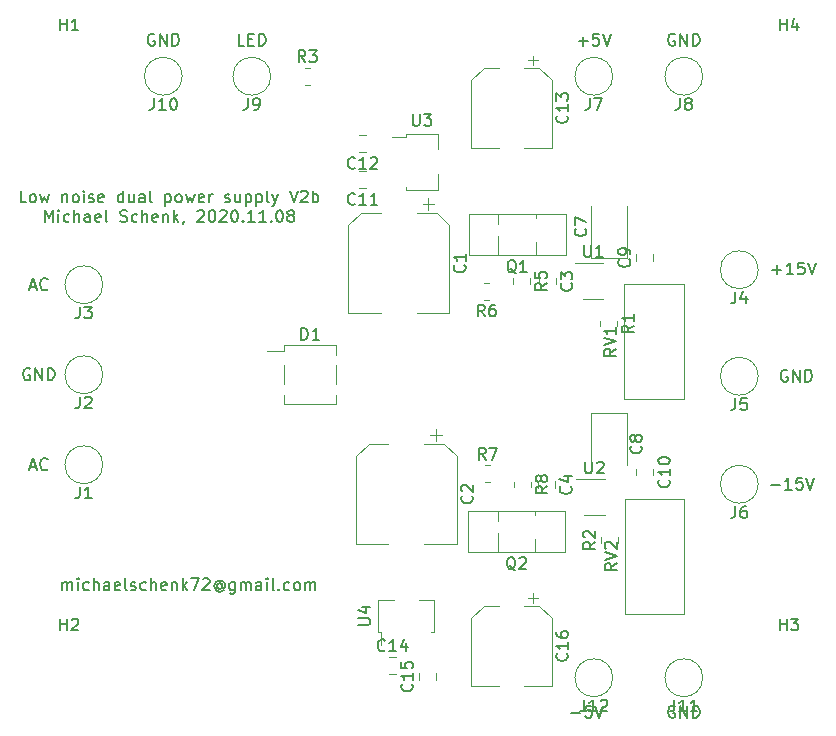
<source format=gbr>
G04 #@! TF.GenerationSoftware,KiCad,Pcbnew,(5.1.7-0-10_14)*
G04 #@! TF.CreationDate,2020-11-09T14:55:24+01:00*
G04 #@! TF.ProjectId,lv-lownoise-psu,6c762d6c-6f77-46e6-9f69-73652d707375,rev?*
G04 #@! TF.SameCoordinates,Original*
G04 #@! TF.FileFunction,Legend,Top*
G04 #@! TF.FilePolarity,Positive*
%FSLAX46Y46*%
G04 Gerber Fmt 4.6, Leading zero omitted, Abs format (unit mm)*
G04 Created by KiCad (PCBNEW (5.1.7-0-10_14)) date 2020-11-09 14:55:24*
%MOMM*%
%LPD*%
G01*
G04 APERTURE LIST*
%ADD10C,0.150000*%
%ADD11C,0.120000*%
G04 APERTURE END LIST*
D10*
X92329095Y-33409000D02*
X92233857Y-33361380D01*
X92091000Y-33361380D01*
X91948142Y-33409000D01*
X91852904Y-33504238D01*
X91805285Y-33599476D01*
X91757666Y-33789952D01*
X91757666Y-33932809D01*
X91805285Y-34123285D01*
X91852904Y-34218523D01*
X91948142Y-34313761D01*
X92091000Y-34361380D01*
X92186238Y-34361380D01*
X92329095Y-34313761D01*
X92376714Y-34266142D01*
X92376714Y-33932809D01*
X92186238Y-33932809D01*
X92805285Y-34361380D02*
X92805285Y-33361380D01*
X93376714Y-34361380D01*
X93376714Y-33361380D01*
X93852904Y-34361380D02*
X93852904Y-33361380D01*
X94091000Y-33361380D01*
X94233857Y-33409000D01*
X94329095Y-33504238D01*
X94376714Y-33599476D01*
X94424333Y-33789952D01*
X94424333Y-33932809D01*
X94376714Y-34123285D01*
X94329095Y-34218523D01*
X94233857Y-34313761D01*
X94091000Y-34361380D01*
X93852904Y-34361380D01*
X99941142Y-34361380D02*
X99464952Y-34361380D01*
X99464952Y-33361380D01*
X100274476Y-33837571D02*
X100607809Y-33837571D01*
X100750666Y-34361380D02*
X100274476Y-34361380D01*
X100274476Y-33361380D01*
X100750666Y-33361380D01*
X101179238Y-34361380D02*
X101179238Y-33361380D01*
X101417333Y-33361380D01*
X101560190Y-33409000D01*
X101655428Y-33504238D01*
X101703047Y-33599476D01*
X101750666Y-33789952D01*
X101750666Y-33932809D01*
X101703047Y-34123285D01*
X101655428Y-34218523D01*
X101560190Y-34313761D01*
X101417333Y-34361380D01*
X101179238Y-34361380D01*
X127619285Y-90876428D02*
X128381190Y-90876428D01*
X129333571Y-90257380D02*
X128857380Y-90257380D01*
X128809761Y-90733571D01*
X128857380Y-90685952D01*
X128952619Y-90638333D01*
X129190714Y-90638333D01*
X129285952Y-90685952D01*
X129333571Y-90733571D01*
X129381190Y-90828809D01*
X129381190Y-91066904D01*
X129333571Y-91162142D01*
X129285952Y-91209761D01*
X129190714Y-91257380D01*
X128952619Y-91257380D01*
X128857380Y-91209761D01*
X128809761Y-91162142D01*
X129666904Y-90257380D02*
X130000238Y-91257380D01*
X130333571Y-90257380D01*
X136398095Y-90305000D02*
X136302857Y-90257380D01*
X136160000Y-90257380D01*
X136017142Y-90305000D01*
X135921904Y-90400238D01*
X135874285Y-90495476D01*
X135826666Y-90685952D01*
X135826666Y-90828809D01*
X135874285Y-91019285D01*
X135921904Y-91114523D01*
X136017142Y-91209761D01*
X136160000Y-91257380D01*
X136255238Y-91257380D01*
X136398095Y-91209761D01*
X136445714Y-91162142D01*
X136445714Y-90828809D01*
X136255238Y-90828809D01*
X136874285Y-91257380D02*
X136874285Y-90257380D01*
X137445714Y-91257380D01*
X137445714Y-90257380D01*
X137921904Y-91257380D02*
X137921904Y-90257380D01*
X138160000Y-90257380D01*
X138302857Y-90305000D01*
X138398095Y-90400238D01*
X138445714Y-90495476D01*
X138493333Y-90685952D01*
X138493333Y-90828809D01*
X138445714Y-91019285D01*
X138398095Y-91114523D01*
X138302857Y-91209761D01*
X138160000Y-91257380D01*
X137921904Y-91257380D01*
X136398095Y-33409000D02*
X136302857Y-33361380D01*
X136160000Y-33361380D01*
X136017142Y-33409000D01*
X135921904Y-33504238D01*
X135874285Y-33599476D01*
X135826666Y-33789952D01*
X135826666Y-33932809D01*
X135874285Y-34123285D01*
X135921904Y-34218523D01*
X136017142Y-34313761D01*
X136160000Y-34361380D01*
X136255238Y-34361380D01*
X136398095Y-34313761D01*
X136445714Y-34266142D01*
X136445714Y-33932809D01*
X136255238Y-33932809D01*
X136874285Y-34361380D02*
X136874285Y-33361380D01*
X137445714Y-34361380D01*
X137445714Y-33361380D01*
X137921904Y-34361380D02*
X137921904Y-33361380D01*
X138160000Y-33361380D01*
X138302857Y-33409000D01*
X138398095Y-33504238D01*
X138445714Y-33599476D01*
X138493333Y-33789952D01*
X138493333Y-33932809D01*
X138445714Y-34123285D01*
X138398095Y-34218523D01*
X138302857Y-34313761D01*
X138160000Y-34361380D01*
X137921904Y-34361380D01*
X128254285Y-33980428D02*
X129016190Y-33980428D01*
X128635238Y-34361380D02*
X128635238Y-33599476D01*
X129968571Y-33361380D02*
X129492380Y-33361380D01*
X129444761Y-33837571D01*
X129492380Y-33789952D01*
X129587619Y-33742333D01*
X129825714Y-33742333D01*
X129920952Y-33789952D01*
X129968571Y-33837571D01*
X130016190Y-33932809D01*
X130016190Y-34170904D01*
X129968571Y-34266142D01*
X129920952Y-34313761D01*
X129825714Y-34361380D01*
X129587619Y-34361380D01*
X129492380Y-34313761D01*
X129444761Y-34266142D01*
X130301904Y-33361380D02*
X130635238Y-34361380D01*
X130968571Y-33361380D01*
X81503761Y-47633380D02*
X81027571Y-47633380D01*
X81027571Y-46633380D01*
X81979952Y-47633380D02*
X81884714Y-47585761D01*
X81837095Y-47538142D01*
X81789476Y-47442904D01*
X81789476Y-47157190D01*
X81837095Y-47061952D01*
X81884714Y-47014333D01*
X81979952Y-46966714D01*
X82122809Y-46966714D01*
X82218047Y-47014333D01*
X82265666Y-47061952D01*
X82313285Y-47157190D01*
X82313285Y-47442904D01*
X82265666Y-47538142D01*
X82218047Y-47585761D01*
X82122809Y-47633380D01*
X81979952Y-47633380D01*
X82646619Y-46966714D02*
X82837095Y-47633380D01*
X83027571Y-47157190D01*
X83218047Y-47633380D01*
X83408523Y-46966714D01*
X84551380Y-46966714D02*
X84551380Y-47633380D01*
X84551380Y-47061952D02*
X84598999Y-47014333D01*
X84694238Y-46966714D01*
X84837095Y-46966714D01*
X84932333Y-47014333D01*
X84979952Y-47109571D01*
X84979952Y-47633380D01*
X85598999Y-47633380D02*
X85503761Y-47585761D01*
X85456142Y-47538142D01*
X85408523Y-47442904D01*
X85408523Y-47157190D01*
X85456142Y-47061952D01*
X85503761Y-47014333D01*
X85598999Y-46966714D01*
X85741857Y-46966714D01*
X85837095Y-47014333D01*
X85884714Y-47061952D01*
X85932333Y-47157190D01*
X85932333Y-47442904D01*
X85884714Y-47538142D01*
X85837095Y-47585761D01*
X85741857Y-47633380D01*
X85598999Y-47633380D01*
X86360904Y-47633380D02*
X86360904Y-46966714D01*
X86360904Y-46633380D02*
X86313285Y-46681000D01*
X86360904Y-46728619D01*
X86408523Y-46681000D01*
X86360904Y-46633380D01*
X86360904Y-46728619D01*
X86789476Y-47585761D02*
X86884714Y-47633380D01*
X87075190Y-47633380D01*
X87170428Y-47585761D01*
X87218047Y-47490523D01*
X87218047Y-47442904D01*
X87170428Y-47347666D01*
X87075190Y-47300047D01*
X86932333Y-47300047D01*
X86837095Y-47252428D01*
X86789476Y-47157190D01*
X86789476Y-47109571D01*
X86837095Y-47014333D01*
X86932333Y-46966714D01*
X87075190Y-46966714D01*
X87170428Y-47014333D01*
X88027571Y-47585761D02*
X87932333Y-47633380D01*
X87741857Y-47633380D01*
X87646619Y-47585761D01*
X87598999Y-47490523D01*
X87598999Y-47109571D01*
X87646619Y-47014333D01*
X87741857Y-46966714D01*
X87932333Y-46966714D01*
X88027571Y-47014333D01*
X88075190Y-47109571D01*
X88075190Y-47204809D01*
X87598999Y-47300047D01*
X89694238Y-47633380D02*
X89694238Y-46633380D01*
X89694238Y-47585761D02*
X89598999Y-47633380D01*
X89408523Y-47633380D01*
X89313285Y-47585761D01*
X89265666Y-47538142D01*
X89218047Y-47442904D01*
X89218047Y-47157190D01*
X89265666Y-47061952D01*
X89313285Y-47014333D01*
X89408523Y-46966714D01*
X89598999Y-46966714D01*
X89694238Y-47014333D01*
X90598999Y-46966714D02*
X90598999Y-47633380D01*
X90170428Y-46966714D02*
X90170428Y-47490523D01*
X90218047Y-47585761D01*
X90313285Y-47633380D01*
X90456142Y-47633380D01*
X90551380Y-47585761D01*
X90598999Y-47538142D01*
X91503761Y-47633380D02*
X91503761Y-47109571D01*
X91456142Y-47014333D01*
X91360904Y-46966714D01*
X91170428Y-46966714D01*
X91075190Y-47014333D01*
X91503761Y-47585761D02*
X91408523Y-47633380D01*
X91170428Y-47633380D01*
X91075190Y-47585761D01*
X91027571Y-47490523D01*
X91027571Y-47395285D01*
X91075190Y-47300047D01*
X91170428Y-47252428D01*
X91408523Y-47252428D01*
X91503761Y-47204809D01*
X92122809Y-47633380D02*
X92027571Y-47585761D01*
X91979952Y-47490523D01*
X91979952Y-46633380D01*
X93265666Y-46966714D02*
X93265666Y-47966714D01*
X93265666Y-47014333D02*
X93360904Y-46966714D01*
X93551380Y-46966714D01*
X93646619Y-47014333D01*
X93694238Y-47061952D01*
X93741857Y-47157190D01*
X93741857Y-47442904D01*
X93694238Y-47538142D01*
X93646619Y-47585761D01*
X93551380Y-47633380D01*
X93360904Y-47633380D01*
X93265666Y-47585761D01*
X94313285Y-47633380D02*
X94218047Y-47585761D01*
X94170428Y-47538142D01*
X94122809Y-47442904D01*
X94122809Y-47157190D01*
X94170428Y-47061952D01*
X94218047Y-47014333D01*
X94313285Y-46966714D01*
X94456142Y-46966714D01*
X94551380Y-47014333D01*
X94598999Y-47061952D01*
X94646619Y-47157190D01*
X94646619Y-47442904D01*
X94598999Y-47538142D01*
X94551380Y-47585761D01*
X94456142Y-47633380D01*
X94313285Y-47633380D01*
X94979952Y-46966714D02*
X95170428Y-47633380D01*
X95360904Y-47157190D01*
X95551380Y-47633380D01*
X95741857Y-46966714D01*
X96503761Y-47585761D02*
X96408523Y-47633380D01*
X96218047Y-47633380D01*
X96122809Y-47585761D01*
X96075190Y-47490523D01*
X96075190Y-47109571D01*
X96122809Y-47014333D01*
X96218047Y-46966714D01*
X96408523Y-46966714D01*
X96503761Y-47014333D01*
X96551380Y-47109571D01*
X96551380Y-47204809D01*
X96075190Y-47300047D01*
X96979952Y-47633380D02*
X96979952Y-46966714D01*
X96979952Y-47157190D02*
X97027571Y-47061952D01*
X97075190Y-47014333D01*
X97170428Y-46966714D01*
X97265666Y-46966714D01*
X98313285Y-47585761D02*
X98408523Y-47633380D01*
X98598999Y-47633380D01*
X98694238Y-47585761D01*
X98741857Y-47490523D01*
X98741857Y-47442904D01*
X98694238Y-47347666D01*
X98598999Y-47300047D01*
X98456142Y-47300047D01*
X98360904Y-47252428D01*
X98313285Y-47157190D01*
X98313285Y-47109571D01*
X98360904Y-47014333D01*
X98456142Y-46966714D01*
X98598999Y-46966714D01*
X98694238Y-47014333D01*
X99598999Y-46966714D02*
X99598999Y-47633380D01*
X99170428Y-46966714D02*
X99170428Y-47490523D01*
X99218047Y-47585761D01*
X99313285Y-47633380D01*
X99456142Y-47633380D01*
X99551380Y-47585761D01*
X99598999Y-47538142D01*
X100075190Y-46966714D02*
X100075190Y-47966714D01*
X100075190Y-47014333D02*
X100170428Y-46966714D01*
X100360904Y-46966714D01*
X100456142Y-47014333D01*
X100503761Y-47061952D01*
X100551380Y-47157190D01*
X100551380Y-47442904D01*
X100503761Y-47538142D01*
X100456142Y-47585761D01*
X100360904Y-47633380D01*
X100170428Y-47633380D01*
X100075190Y-47585761D01*
X100979952Y-46966714D02*
X100979952Y-47966714D01*
X100979952Y-47014333D02*
X101075190Y-46966714D01*
X101265666Y-46966714D01*
X101360904Y-47014333D01*
X101408523Y-47061952D01*
X101456142Y-47157190D01*
X101456142Y-47442904D01*
X101408523Y-47538142D01*
X101360904Y-47585761D01*
X101265666Y-47633380D01*
X101075190Y-47633380D01*
X100979952Y-47585761D01*
X102027571Y-47633380D02*
X101932333Y-47585761D01*
X101884714Y-47490523D01*
X101884714Y-46633380D01*
X102313285Y-46966714D02*
X102551380Y-47633380D01*
X102789476Y-46966714D02*
X102551380Y-47633380D01*
X102456142Y-47871476D01*
X102408523Y-47919095D01*
X102313285Y-47966714D01*
X103789476Y-46633380D02*
X104122809Y-47633380D01*
X104456142Y-46633380D01*
X104741857Y-46728619D02*
X104789476Y-46681000D01*
X104884714Y-46633380D01*
X105122809Y-46633380D01*
X105218047Y-46681000D01*
X105265666Y-46728619D01*
X105313285Y-46823857D01*
X105313285Y-46919095D01*
X105265666Y-47061952D01*
X104694238Y-47633380D01*
X105313285Y-47633380D01*
X105741857Y-47633380D02*
X105741857Y-46633380D01*
X105741857Y-47014333D02*
X105837095Y-46966714D01*
X106027571Y-46966714D01*
X106122809Y-47014333D01*
X106170428Y-47061952D01*
X106218047Y-47157190D01*
X106218047Y-47442904D01*
X106170428Y-47538142D01*
X106122809Y-47585761D01*
X106027571Y-47633380D01*
X105837095Y-47633380D01*
X105741857Y-47585761D01*
X83075190Y-49283380D02*
X83075190Y-48283380D01*
X83408523Y-48997666D01*
X83741857Y-48283380D01*
X83741857Y-49283380D01*
X84218047Y-49283380D02*
X84218047Y-48616714D01*
X84218047Y-48283380D02*
X84170428Y-48331000D01*
X84218047Y-48378619D01*
X84265666Y-48331000D01*
X84218047Y-48283380D01*
X84218047Y-48378619D01*
X85122809Y-49235761D02*
X85027571Y-49283380D01*
X84837095Y-49283380D01*
X84741857Y-49235761D01*
X84694238Y-49188142D01*
X84646619Y-49092904D01*
X84646619Y-48807190D01*
X84694238Y-48711952D01*
X84741857Y-48664333D01*
X84837095Y-48616714D01*
X85027571Y-48616714D01*
X85122809Y-48664333D01*
X85551380Y-49283380D02*
X85551380Y-48283380D01*
X85979952Y-49283380D02*
X85979952Y-48759571D01*
X85932333Y-48664333D01*
X85837095Y-48616714D01*
X85694238Y-48616714D01*
X85599000Y-48664333D01*
X85551380Y-48711952D01*
X86884714Y-49283380D02*
X86884714Y-48759571D01*
X86837095Y-48664333D01*
X86741857Y-48616714D01*
X86551380Y-48616714D01*
X86456142Y-48664333D01*
X86884714Y-49235761D02*
X86789476Y-49283380D01*
X86551380Y-49283380D01*
X86456142Y-49235761D01*
X86408523Y-49140523D01*
X86408523Y-49045285D01*
X86456142Y-48950047D01*
X86551380Y-48902428D01*
X86789476Y-48902428D01*
X86884714Y-48854809D01*
X87741857Y-49235761D02*
X87646619Y-49283380D01*
X87456142Y-49283380D01*
X87360904Y-49235761D01*
X87313285Y-49140523D01*
X87313285Y-48759571D01*
X87360904Y-48664333D01*
X87456142Y-48616714D01*
X87646619Y-48616714D01*
X87741857Y-48664333D01*
X87789476Y-48759571D01*
X87789476Y-48854809D01*
X87313285Y-48950047D01*
X88360904Y-49283380D02*
X88265666Y-49235761D01*
X88218047Y-49140523D01*
X88218047Y-48283380D01*
X89456142Y-49235761D02*
X89599000Y-49283380D01*
X89837095Y-49283380D01*
X89932333Y-49235761D01*
X89979952Y-49188142D01*
X90027571Y-49092904D01*
X90027571Y-48997666D01*
X89979952Y-48902428D01*
X89932333Y-48854809D01*
X89837095Y-48807190D01*
X89646619Y-48759571D01*
X89551380Y-48711952D01*
X89503761Y-48664333D01*
X89456142Y-48569095D01*
X89456142Y-48473857D01*
X89503761Y-48378619D01*
X89551380Y-48331000D01*
X89646619Y-48283380D01*
X89884714Y-48283380D01*
X90027571Y-48331000D01*
X90884714Y-49235761D02*
X90789476Y-49283380D01*
X90599000Y-49283380D01*
X90503761Y-49235761D01*
X90456142Y-49188142D01*
X90408523Y-49092904D01*
X90408523Y-48807190D01*
X90456142Y-48711952D01*
X90503761Y-48664333D01*
X90599000Y-48616714D01*
X90789476Y-48616714D01*
X90884714Y-48664333D01*
X91313285Y-49283380D02*
X91313285Y-48283380D01*
X91741857Y-49283380D02*
X91741857Y-48759571D01*
X91694238Y-48664333D01*
X91599000Y-48616714D01*
X91456142Y-48616714D01*
X91360904Y-48664333D01*
X91313285Y-48711952D01*
X92599000Y-49235761D02*
X92503761Y-49283380D01*
X92313285Y-49283380D01*
X92218047Y-49235761D01*
X92170428Y-49140523D01*
X92170428Y-48759571D01*
X92218047Y-48664333D01*
X92313285Y-48616714D01*
X92503761Y-48616714D01*
X92599000Y-48664333D01*
X92646619Y-48759571D01*
X92646619Y-48854809D01*
X92170428Y-48950047D01*
X93075190Y-48616714D02*
X93075190Y-49283380D01*
X93075190Y-48711952D02*
X93122809Y-48664333D01*
X93218047Y-48616714D01*
X93360904Y-48616714D01*
X93456142Y-48664333D01*
X93503761Y-48759571D01*
X93503761Y-49283380D01*
X93979952Y-49283380D02*
X93979952Y-48283380D01*
X94075190Y-48902428D02*
X94360904Y-49283380D01*
X94360904Y-48616714D02*
X93979952Y-48997666D01*
X94837095Y-49235761D02*
X94837095Y-49283380D01*
X94789476Y-49378619D01*
X94741857Y-49426238D01*
X95979952Y-48378619D02*
X96027571Y-48331000D01*
X96122809Y-48283380D01*
X96360904Y-48283380D01*
X96456142Y-48331000D01*
X96503761Y-48378619D01*
X96551380Y-48473857D01*
X96551380Y-48569095D01*
X96503761Y-48711952D01*
X95932333Y-49283380D01*
X96551380Y-49283380D01*
X97170428Y-48283380D02*
X97265666Y-48283380D01*
X97360904Y-48331000D01*
X97408523Y-48378619D01*
X97456142Y-48473857D01*
X97503761Y-48664333D01*
X97503761Y-48902428D01*
X97456142Y-49092904D01*
X97408523Y-49188142D01*
X97360904Y-49235761D01*
X97265666Y-49283380D01*
X97170428Y-49283380D01*
X97075190Y-49235761D01*
X97027571Y-49188142D01*
X96979952Y-49092904D01*
X96932333Y-48902428D01*
X96932333Y-48664333D01*
X96979952Y-48473857D01*
X97027571Y-48378619D01*
X97075190Y-48331000D01*
X97170428Y-48283380D01*
X97884714Y-48378619D02*
X97932333Y-48331000D01*
X98027571Y-48283380D01*
X98265666Y-48283380D01*
X98360904Y-48331000D01*
X98408523Y-48378619D01*
X98456142Y-48473857D01*
X98456142Y-48569095D01*
X98408523Y-48711952D01*
X97837095Y-49283380D01*
X98456142Y-49283380D01*
X99075190Y-48283380D02*
X99170428Y-48283380D01*
X99265666Y-48331000D01*
X99313285Y-48378619D01*
X99360904Y-48473857D01*
X99408523Y-48664333D01*
X99408523Y-48902428D01*
X99360904Y-49092904D01*
X99313285Y-49188142D01*
X99265666Y-49235761D01*
X99170428Y-49283380D01*
X99075190Y-49283380D01*
X98979952Y-49235761D01*
X98932333Y-49188142D01*
X98884714Y-49092904D01*
X98837095Y-48902428D01*
X98837095Y-48664333D01*
X98884714Y-48473857D01*
X98932333Y-48378619D01*
X98979952Y-48331000D01*
X99075190Y-48283380D01*
X99837095Y-49188142D02*
X99884714Y-49235761D01*
X99837095Y-49283380D01*
X99789476Y-49235761D01*
X99837095Y-49188142D01*
X99837095Y-49283380D01*
X100837095Y-49283380D02*
X100265666Y-49283380D01*
X100551380Y-49283380D02*
X100551380Y-48283380D01*
X100456142Y-48426238D01*
X100360904Y-48521476D01*
X100265666Y-48569095D01*
X101789476Y-49283380D02*
X101218047Y-49283380D01*
X101503761Y-49283380D02*
X101503761Y-48283380D01*
X101408523Y-48426238D01*
X101313285Y-48521476D01*
X101218047Y-48569095D01*
X102218047Y-49188142D02*
X102265666Y-49235761D01*
X102218047Y-49283380D01*
X102170428Y-49235761D01*
X102218047Y-49188142D01*
X102218047Y-49283380D01*
X102884714Y-48283380D02*
X102979952Y-48283380D01*
X103075190Y-48331000D01*
X103122809Y-48378619D01*
X103170428Y-48473857D01*
X103218047Y-48664333D01*
X103218047Y-48902428D01*
X103170428Y-49092904D01*
X103122809Y-49188142D01*
X103075190Y-49235761D01*
X102979952Y-49283380D01*
X102884714Y-49283380D01*
X102789476Y-49235761D01*
X102741857Y-49188142D01*
X102694238Y-49092904D01*
X102646619Y-48902428D01*
X102646619Y-48664333D01*
X102694238Y-48473857D01*
X102741857Y-48378619D01*
X102789476Y-48331000D01*
X102884714Y-48283380D01*
X103789476Y-48711952D02*
X103694238Y-48664333D01*
X103646619Y-48616714D01*
X103599000Y-48521476D01*
X103599000Y-48473857D01*
X103646619Y-48378619D01*
X103694238Y-48331000D01*
X103789476Y-48283380D01*
X103979952Y-48283380D01*
X104075190Y-48331000D01*
X104122809Y-48378619D01*
X104170428Y-48473857D01*
X104170428Y-48521476D01*
X104122809Y-48616714D01*
X104075190Y-48664333D01*
X103979952Y-48711952D01*
X103789476Y-48711952D01*
X103694238Y-48759571D01*
X103646619Y-48807190D01*
X103599000Y-48902428D01*
X103599000Y-49092904D01*
X103646619Y-49188142D01*
X103694238Y-49235761D01*
X103789476Y-49283380D01*
X103979952Y-49283380D01*
X104075190Y-49235761D01*
X104122809Y-49188142D01*
X104170428Y-49092904D01*
X104170428Y-48902428D01*
X104122809Y-48807190D01*
X104075190Y-48759571D01*
X103979952Y-48711952D01*
X84535714Y-80462380D02*
X84535714Y-79795714D01*
X84535714Y-79890952D02*
X84583333Y-79843333D01*
X84678571Y-79795714D01*
X84821428Y-79795714D01*
X84916666Y-79843333D01*
X84964285Y-79938571D01*
X84964285Y-80462380D01*
X84964285Y-79938571D02*
X85011904Y-79843333D01*
X85107142Y-79795714D01*
X85250000Y-79795714D01*
X85345238Y-79843333D01*
X85392857Y-79938571D01*
X85392857Y-80462380D01*
X85869047Y-80462380D02*
X85869047Y-79795714D01*
X85869047Y-79462380D02*
X85821428Y-79510000D01*
X85869047Y-79557619D01*
X85916666Y-79510000D01*
X85869047Y-79462380D01*
X85869047Y-79557619D01*
X86773809Y-80414761D02*
X86678571Y-80462380D01*
X86488095Y-80462380D01*
X86392857Y-80414761D01*
X86345238Y-80367142D01*
X86297619Y-80271904D01*
X86297619Y-79986190D01*
X86345238Y-79890952D01*
X86392857Y-79843333D01*
X86488095Y-79795714D01*
X86678571Y-79795714D01*
X86773809Y-79843333D01*
X87202380Y-80462380D02*
X87202380Y-79462380D01*
X87630952Y-80462380D02*
X87630952Y-79938571D01*
X87583333Y-79843333D01*
X87488095Y-79795714D01*
X87345238Y-79795714D01*
X87250000Y-79843333D01*
X87202380Y-79890952D01*
X88535714Y-80462380D02*
X88535714Y-79938571D01*
X88488095Y-79843333D01*
X88392857Y-79795714D01*
X88202380Y-79795714D01*
X88107142Y-79843333D01*
X88535714Y-80414761D02*
X88440476Y-80462380D01*
X88202380Y-80462380D01*
X88107142Y-80414761D01*
X88059523Y-80319523D01*
X88059523Y-80224285D01*
X88107142Y-80129047D01*
X88202380Y-80081428D01*
X88440476Y-80081428D01*
X88535714Y-80033809D01*
X89392857Y-80414761D02*
X89297619Y-80462380D01*
X89107142Y-80462380D01*
X89011904Y-80414761D01*
X88964285Y-80319523D01*
X88964285Y-79938571D01*
X89011904Y-79843333D01*
X89107142Y-79795714D01*
X89297619Y-79795714D01*
X89392857Y-79843333D01*
X89440476Y-79938571D01*
X89440476Y-80033809D01*
X88964285Y-80129047D01*
X90011904Y-80462380D02*
X89916666Y-80414761D01*
X89869047Y-80319523D01*
X89869047Y-79462380D01*
X90345238Y-80414761D02*
X90440476Y-80462380D01*
X90630952Y-80462380D01*
X90726190Y-80414761D01*
X90773809Y-80319523D01*
X90773809Y-80271904D01*
X90726190Y-80176666D01*
X90630952Y-80129047D01*
X90488095Y-80129047D01*
X90392857Y-80081428D01*
X90345238Y-79986190D01*
X90345238Y-79938571D01*
X90392857Y-79843333D01*
X90488095Y-79795714D01*
X90630952Y-79795714D01*
X90726190Y-79843333D01*
X91630952Y-80414761D02*
X91535714Y-80462380D01*
X91345238Y-80462380D01*
X91250000Y-80414761D01*
X91202380Y-80367142D01*
X91154761Y-80271904D01*
X91154761Y-79986190D01*
X91202380Y-79890952D01*
X91250000Y-79843333D01*
X91345238Y-79795714D01*
X91535714Y-79795714D01*
X91630952Y-79843333D01*
X92059523Y-80462380D02*
X92059523Y-79462380D01*
X92488095Y-80462380D02*
X92488095Y-79938571D01*
X92440476Y-79843333D01*
X92345238Y-79795714D01*
X92202380Y-79795714D01*
X92107142Y-79843333D01*
X92059523Y-79890952D01*
X93345238Y-80414761D02*
X93250000Y-80462380D01*
X93059523Y-80462380D01*
X92964285Y-80414761D01*
X92916666Y-80319523D01*
X92916666Y-79938571D01*
X92964285Y-79843333D01*
X93059523Y-79795714D01*
X93250000Y-79795714D01*
X93345238Y-79843333D01*
X93392857Y-79938571D01*
X93392857Y-80033809D01*
X92916666Y-80129047D01*
X93821428Y-79795714D02*
X93821428Y-80462380D01*
X93821428Y-79890952D02*
X93869047Y-79843333D01*
X93964285Y-79795714D01*
X94107142Y-79795714D01*
X94202380Y-79843333D01*
X94250000Y-79938571D01*
X94250000Y-80462380D01*
X94726190Y-80462380D02*
X94726190Y-79462380D01*
X94821428Y-80081428D02*
X95107142Y-80462380D01*
X95107142Y-79795714D02*
X94726190Y-80176666D01*
X95440476Y-79462380D02*
X96107142Y-79462380D01*
X95678571Y-80462380D01*
X96440476Y-79557619D02*
X96488095Y-79510000D01*
X96583333Y-79462380D01*
X96821428Y-79462380D01*
X96916666Y-79510000D01*
X96964285Y-79557619D01*
X97011904Y-79652857D01*
X97011904Y-79748095D01*
X96964285Y-79890952D01*
X96392857Y-80462380D01*
X97011904Y-80462380D01*
X98059523Y-79986190D02*
X98011904Y-79938571D01*
X97916666Y-79890952D01*
X97821428Y-79890952D01*
X97726190Y-79938571D01*
X97678571Y-79986190D01*
X97630952Y-80081428D01*
X97630952Y-80176666D01*
X97678571Y-80271904D01*
X97726190Y-80319523D01*
X97821428Y-80367142D01*
X97916666Y-80367142D01*
X98011904Y-80319523D01*
X98059523Y-80271904D01*
X98059523Y-79890952D02*
X98059523Y-80271904D01*
X98107142Y-80319523D01*
X98154761Y-80319523D01*
X98250000Y-80271904D01*
X98297619Y-80176666D01*
X98297619Y-79938571D01*
X98202380Y-79795714D01*
X98059523Y-79700476D01*
X97869047Y-79652857D01*
X97678571Y-79700476D01*
X97535714Y-79795714D01*
X97440476Y-79938571D01*
X97392857Y-80129047D01*
X97440476Y-80319523D01*
X97535714Y-80462380D01*
X97678571Y-80557619D01*
X97869047Y-80605238D01*
X98059523Y-80557619D01*
X98202380Y-80462380D01*
X99154761Y-79795714D02*
X99154761Y-80605238D01*
X99107142Y-80700476D01*
X99059523Y-80748095D01*
X98964285Y-80795714D01*
X98821428Y-80795714D01*
X98726190Y-80748095D01*
X99154761Y-80414761D02*
X99059523Y-80462380D01*
X98869047Y-80462380D01*
X98773809Y-80414761D01*
X98726190Y-80367142D01*
X98678571Y-80271904D01*
X98678571Y-79986190D01*
X98726190Y-79890952D01*
X98773809Y-79843333D01*
X98869047Y-79795714D01*
X99059523Y-79795714D01*
X99154761Y-79843333D01*
X99630952Y-80462380D02*
X99630952Y-79795714D01*
X99630952Y-79890952D02*
X99678571Y-79843333D01*
X99773809Y-79795714D01*
X99916666Y-79795714D01*
X100011904Y-79843333D01*
X100059523Y-79938571D01*
X100059523Y-80462380D01*
X100059523Y-79938571D02*
X100107142Y-79843333D01*
X100202380Y-79795714D01*
X100345238Y-79795714D01*
X100440476Y-79843333D01*
X100488095Y-79938571D01*
X100488095Y-80462380D01*
X101392857Y-80462380D02*
X101392857Y-79938571D01*
X101345238Y-79843333D01*
X101250000Y-79795714D01*
X101059523Y-79795714D01*
X100964285Y-79843333D01*
X101392857Y-80414761D02*
X101297619Y-80462380D01*
X101059523Y-80462380D01*
X100964285Y-80414761D01*
X100916666Y-80319523D01*
X100916666Y-80224285D01*
X100964285Y-80129047D01*
X101059523Y-80081428D01*
X101297619Y-80081428D01*
X101392857Y-80033809D01*
X101869047Y-80462380D02*
X101869047Y-79795714D01*
X101869047Y-79462380D02*
X101821428Y-79510000D01*
X101869047Y-79557619D01*
X101916666Y-79510000D01*
X101869047Y-79462380D01*
X101869047Y-79557619D01*
X102488095Y-80462380D02*
X102392857Y-80414761D01*
X102345238Y-80319523D01*
X102345238Y-79462380D01*
X102869047Y-80367142D02*
X102916666Y-80414761D01*
X102869047Y-80462380D01*
X102821428Y-80414761D01*
X102869047Y-80367142D01*
X102869047Y-80462380D01*
X103773809Y-80414761D02*
X103678571Y-80462380D01*
X103488095Y-80462380D01*
X103392857Y-80414761D01*
X103345238Y-80367142D01*
X103297619Y-80271904D01*
X103297619Y-79986190D01*
X103345238Y-79890952D01*
X103392857Y-79843333D01*
X103488095Y-79795714D01*
X103678571Y-79795714D01*
X103773809Y-79843333D01*
X104345238Y-80462380D02*
X104250000Y-80414761D01*
X104202380Y-80367142D01*
X104154761Y-80271904D01*
X104154761Y-79986190D01*
X104202380Y-79890952D01*
X104250000Y-79843333D01*
X104345238Y-79795714D01*
X104488095Y-79795714D01*
X104583333Y-79843333D01*
X104630952Y-79890952D01*
X104678571Y-79986190D01*
X104678571Y-80271904D01*
X104630952Y-80367142D01*
X104583333Y-80414761D01*
X104488095Y-80462380D01*
X104345238Y-80462380D01*
X105107142Y-80462380D02*
X105107142Y-79795714D01*
X105107142Y-79890952D02*
X105154761Y-79843333D01*
X105250000Y-79795714D01*
X105392857Y-79795714D01*
X105488095Y-79843333D01*
X105535714Y-79938571D01*
X105535714Y-80462380D01*
X105535714Y-79938571D02*
X105583333Y-79843333D01*
X105678571Y-79795714D01*
X105821428Y-79795714D01*
X105916666Y-79843333D01*
X105964285Y-79938571D01*
X105964285Y-80462380D01*
X81788095Y-61730000D02*
X81692857Y-61682380D01*
X81550000Y-61682380D01*
X81407142Y-61730000D01*
X81311904Y-61825238D01*
X81264285Y-61920476D01*
X81216666Y-62110952D01*
X81216666Y-62253809D01*
X81264285Y-62444285D01*
X81311904Y-62539523D01*
X81407142Y-62634761D01*
X81550000Y-62682380D01*
X81645238Y-62682380D01*
X81788095Y-62634761D01*
X81835714Y-62587142D01*
X81835714Y-62253809D01*
X81645238Y-62253809D01*
X82264285Y-62682380D02*
X82264285Y-61682380D01*
X82835714Y-62682380D01*
X82835714Y-61682380D01*
X83311904Y-62682380D02*
X83311904Y-61682380D01*
X83550000Y-61682380D01*
X83692857Y-61730000D01*
X83788095Y-61825238D01*
X83835714Y-61920476D01*
X83883333Y-62110952D01*
X83883333Y-62253809D01*
X83835714Y-62444285D01*
X83788095Y-62539523D01*
X83692857Y-62634761D01*
X83550000Y-62682380D01*
X83311904Y-62682380D01*
X81811904Y-70016666D02*
X82288095Y-70016666D01*
X81716666Y-70302380D02*
X82050000Y-69302380D01*
X82383333Y-70302380D01*
X83288095Y-70207142D02*
X83240476Y-70254761D01*
X83097619Y-70302380D01*
X83002380Y-70302380D01*
X82859523Y-70254761D01*
X82764285Y-70159523D01*
X82716666Y-70064285D01*
X82669047Y-69873809D01*
X82669047Y-69730952D01*
X82716666Y-69540476D01*
X82764285Y-69445238D01*
X82859523Y-69350000D01*
X83002380Y-69302380D01*
X83097619Y-69302380D01*
X83240476Y-69350000D01*
X83288095Y-69397619D01*
X81811904Y-54776666D02*
X82288095Y-54776666D01*
X81716666Y-55062380D02*
X82050000Y-54062380D01*
X82383333Y-55062380D01*
X83288095Y-54967142D02*
X83240476Y-55014761D01*
X83097619Y-55062380D01*
X83002380Y-55062380D01*
X82859523Y-55014761D01*
X82764285Y-54919523D01*
X82716666Y-54824285D01*
X82669047Y-54633809D01*
X82669047Y-54490952D01*
X82716666Y-54300476D01*
X82764285Y-54205238D01*
X82859523Y-54110000D01*
X83002380Y-54062380D01*
X83097619Y-54062380D01*
X83240476Y-54110000D01*
X83288095Y-54157619D01*
X144542095Y-71572428D02*
X145304000Y-71572428D01*
X146304000Y-71953380D02*
X145732571Y-71953380D01*
X146018285Y-71953380D02*
X146018285Y-70953380D01*
X145923047Y-71096238D01*
X145827809Y-71191476D01*
X145732571Y-71239095D01*
X147208761Y-70953380D02*
X146732571Y-70953380D01*
X146684952Y-71429571D01*
X146732571Y-71381952D01*
X146827809Y-71334333D01*
X147065904Y-71334333D01*
X147161142Y-71381952D01*
X147208761Y-71429571D01*
X147256380Y-71524809D01*
X147256380Y-71762904D01*
X147208761Y-71858142D01*
X147161142Y-71905761D01*
X147065904Y-71953380D01*
X146827809Y-71953380D01*
X146732571Y-71905761D01*
X146684952Y-71858142D01*
X147542095Y-70953380D02*
X147875428Y-71953380D01*
X148208761Y-70953380D01*
X145923095Y-61857000D02*
X145827857Y-61809380D01*
X145685000Y-61809380D01*
X145542142Y-61857000D01*
X145446904Y-61952238D01*
X145399285Y-62047476D01*
X145351666Y-62237952D01*
X145351666Y-62380809D01*
X145399285Y-62571285D01*
X145446904Y-62666523D01*
X145542142Y-62761761D01*
X145685000Y-62809380D01*
X145780238Y-62809380D01*
X145923095Y-62761761D01*
X145970714Y-62714142D01*
X145970714Y-62380809D01*
X145780238Y-62380809D01*
X146399285Y-62809380D02*
X146399285Y-61809380D01*
X146970714Y-62809380D01*
X146970714Y-61809380D01*
X147446904Y-62809380D02*
X147446904Y-61809380D01*
X147685000Y-61809380D01*
X147827857Y-61857000D01*
X147923095Y-61952238D01*
X147970714Y-62047476D01*
X148018333Y-62237952D01*
X148018333Y-62380809D01*
X147970714Y-62571285D01*
X147923095Y-62666523D01*
X147827857Y-62761761D01*
X147685000Y-62809380D01*
X147446904Y-62809380D01*
X144669095Y-53360628D02*
X145431000Y-53360628D01*
X145050047Y-53741580D02*
X145050047Y-52979676D01*
X146431000Y-53741580D02*
X145859571Y-53741580D01*
X146145285Y-53741580D02*
X146145285Y-52741580D01*
X146050047Y-52884438D01*
X145954809Y-52979676D01*
X145859571Y-53027295D01*
X147335761Y-52741580D02*
X146859571Y-52741580D01*
X146811952Y-53217771D01*
X146859571Y-53170152D01*
X146954809Y-53122533D01*
X147192904Y-53122533D01*
X147288142Y-53170152D01*
X147335761Y-53217771D01*
X147383380Y-53313009D01*
X147383380Y-53551104D01*
X147335761Y-53646342D01*
X147288142Y-53693961D01*
X147192904Y-53741580D01*
X146954809Y-53741580D01*
X146859571Y-53693961D01*
X146811952Y-53646342D01*
X147669095Y-52741580D02*
X148002428Y-53741580D01*
X148335761Y-52741580D01*
D11*
X116025000Y-83991000D02*
X115795000Y-83991000D01*
X111305000Y-83991000D02*
X111535000Y-83991000D01*
X111305000Y-83991000D02*
X111305000Y-81271000D01*
X111305000Y-81271000D02*
X112615000Y-81271000D01*
X111535000Y-85131000D02*
X111535000Y-83991000D01*
X116025000Y-81271000D02*
X116025000Y-83991000D01*
X114715000Y-81271000D02*
X116025000Y-81271000D01*
X113621000Y-46556000D02*
X113621000Y-46326000D01*
X113621000Y-41836000D02*
X113621000Y-42066000D01*
X113621000Y-41836000D02*
X116341000Y-41836000D01*
X116341000Y-41836000D02*
X116341000Y-43146000D01*
X112481000Y-42066000D02*
X113621000Y-42066000D01*
X116341000Y-46556000D02*
X113621000Y-46556000D01*
X116341000Y-45246000D02*
X116341000Y-46556000D01*
X105055936Y-36222000D02*
X105510064Y-36222000D01*
X105055936Y-37692000D02*
X105510064Y-37692000D01*
X131140781Y-87884000D02*
G75*
G03*
X131140781Y-87884000I-1600781J0D01*
G01*
X138760781Y-87884000D02*
G75*
G03*
X138760781Y-87884000I-1600781J0D01*
G01*
X94691781Y-36957000D02*
G75*
G03*
X94691781Y-36957000I-1600781J0D01*
G01*
X102184781Y-36957000D02*
G75*
G03*
X102184781Y-36957000I-1600781J0D01*
G01*
X119145000Y-88594000D02*
X121495000Y-88594000D01*
X125965000Y-88594000D02*
X123615000Y-88594000D01*
X125965000Y-82838437D02*
X125965000Y-88594000D01*
X119145000Y-82838437D02*
X119145000Y-88594000D01*
X120209437Y-81774000D02*
X121495000Y-81774000D01*
X124900563Y-81774000D02*
X123615000Y-81774000D01*
X124900563Y-81774000D02*
X125965000Y-82838437D01*
X120209437Y-81774000D02*
X119145000Y-82838437D01*
X124402500Y-80746500D02*
X124402500Y-81534000D01*
X124796250Y-81140250D02*
X124008750Y-81140250D01*
X114708000Y-88039752D02*
X114708000Y-87517248D01*
X116178000Y-88039752D02*
X116178000Y-87517248D01*
X112239248Y-86133000D02*
X112761752Y-86133000D01*
X112239248Y-87603000D02*
X112761752Y-87603000D01*
X109405000Y-76575000D02*
X112155000Y-76575000D01*
X117925000Y-76575000D02*
X115175000Y-76575000D01*
X117925000Y-69119437D02*
X117925000Y-76575000D01*
X109405000Y-69119437D02*
X109405000Y-76575000D01*
X110469437Y-68055000D02*
X112155000Y-68055000D01*
X116860563Y-68055000D02*
X115175000Y-68055000D01*
X116860563Y-68055000D02*
X117925000Y-69119437D01*
X110469437Y-68055000D02*
X109405000Y-69119437D01*
X116175000Y-66815000D02*
X116175000Y-67815000D01*
X116675000Y-67315000D02*
X115675000Y-67315000D01*
X138760781Y-36957000D02*
G75*
G03*
X138760781Y-36957000I-1600781J0D01*
G01*
X131140781Y-36957000D02*
G75*
G03*
X131140781Y-36957000I-1600781J0D01*
G01*
X124796250Y-35613250D02*
X124008750Y-35613250D01*
X124402500Y-35219500D02*
X124402500Y-36007000D01*
X120209437Y-36247000D02*
X119145000Y-37311437D01*
X124900563Y-36247000D02*
X125965000Y-37311437D01*
X124900563Y-36247000D02*
X123615000Y-36247000D01*
X120209437Y-36247000D02*
X121495000Y-36247000D01*
X119145000Y-37311437D02*
X119145000Y-43067000D01*
X125965000Y-37311437D02*
X125965000Y-43067000D01*
X125965000Y-43067000D02*
X123615000Y-43067000D01*
X119145000Y-43067000D02*
X121495000Y-43067000D01*
X110221752Y-41937000D02*
X109699248Y-41937000D01*
X110221752Y-43407000D02*
X109699248Y-43407000D01*
X110221752Y-44985000D02*
X109699248Y-44985000D01*
X110221752Y-46455000D02*
X109699248Y-46455000D01*
X124242500Y-71273936D02*
X124242500Y-71728064D01*
X122772500Y-71273936D02*
X122772500Y-71728064D01*
X120311936Y-69877000D02*
X120766064Y-69877000D01*
X120311936Y-71347000D02*
X120766064Y-71347000D01*
X120686564Y-55916500D02*
X120232436Y-55916500D01*
X120686564Y-54446500D02*
X120232436Y-54446500D01*
X124179000Y-54065436D02*
X124179000Y-54519564D01*
X122709000Y-54065436D02*
X122709000Y-54519564D01*
X127119500Y-77240500D02*
X118879500Y-77240500D01*
X127119500Y-73750500D02*
X118879500Y-73750500D01*
X127119500Y-77240500D02*
X127119500Y-73750500D01*
X118879500Y-77240500D02*
X118879500Y-73750500D01*
X124599500Y-77240500D02*
X124599500Y-76170500D01*
X124599500Y-74070500D02*
X124599500Y-73750500D01*
X121398500Y-77240500D02*
X121398500Y-75660500D01*
X121398500Y-74580500D02*
X121398500Y-73750500D01*
X127183000Y-52094500D02*
X118943000Y-52094500D01*
X127183000Y-48604500D02*
X118943000Y-48604500D01*
X127183000Y-52094500D02*
X127183000Y-48604500D01*
X118943000Y-52094500D02*
X118943000Y-48604500D01*
X124663000Y-52094500D02*
X124663000Y-51024500D01*
X124663000Y-48924500D02*
X124663000Y-48604500D01*
X121462000Y-52094500D02*
X121462000Y-50514500D01*
X121462000Y-49434500D02*
X121462000Y-48604500D01*
X128700000Y-74138000D02*
X130460000Y-74138000D01*
X130460000Y-71068000D02*
X128030000Y-71068000D01*
X128601001Y-55812001D02*
X130361001Y-55812001D01*
X130361001Y-52742001D02*
X127931001Y-52742001D01*
X132140800Y-82482000D02*
X132140800Y-72712000D01*
X137210800Y-82482000D02*
X137210800Y-72712000D01*
X132140800Y-82482000D02*
X137210800Y-82482000D01*
X132140800Y-72712000D02*
X137210800Y-72712000D01*
X132090000Y-64321000D02*
X132090000Y-54551000D01*
X137160000Y-64321000D02*
X137160000Y-54551000D01*
X132090000Y-64321000D02*
X137160000Y-64321000D01*
X132090000Y-54551000D02*
X137160000Y-54551000D01*
X130125800Y-76436464D02*
X130125800Y-75982336D01*
X131595800Y-76436464D02*
X131595800Y-75982336D01*
X131545000Y-57668936D02*
X131545000Y-58123064D01*
X130075000Y-57668936D02*
X130075000Y-58123064D01*
X143459781Y-71501000D02*
G75*
G03*
X143459781Y-71501000I-1600781J0D01*
G01*
X143459781Y-62357000D02*
G75*
G03*
X143459781Y-62357000I-1600781J0D01*
G01*
X143459781Y-53340000D02*
G75*
G03*
X143459781Y-53340000I-1600781J0D01*
G01*
X87960781Y-54610000D02*
G75*
G03*
X87960781Y-54610000I-1600781J0D01*
G01*
X87960781Y-62230000D02*
G75*
G03*
X87960781Y-62230000I-1600781J0D01*
G01*
X87960781Y-69850000D02*
G75*
G03*
X87960781Y-69850000I-1600781J0D01*
G01*
X103310000Y-59730000D02*
X103310000Y-60230000D01*
X103310000Y-60230000D02*
X101910000Y-60230000D01*
X107710000Y-61430000D02*
X107710000Y-63030000D01*
X103310000Y-61430000D02*
X103310000Y-63030000D01*
X107710000Y-60530000D02*
X107710000Y-59730000D01*
X107710000Y-59730000D02*
X103310000Y-59730000D01*
X107710000Y-63930000D02*
X107710000Y-64730000D01*
X107710000Y-64730000D02*
X103310000Y-64730000D01*
X103310000Y-64730000D02*
X103310000Y-63930000D01*
X134593000Y-70223748D02*
X134593000Y-70746252D01*
X133123000Y-70223748D02*
X133123000Y-70746252D01*
X133123000Y-52563752D02*
X133123000Y-52041248D01*
X134593000Y-52563752D02*
X134593000Y-52041248D01*
X132320000Y-69848000D02*
X132320000Y-65463000D01*
X132320000Y-65463000D02*
X129300000Y-65463000D01*
X129300000Y-65463000D02*
X129300000Y-69848000D01*
X129300000Y-47933000D02*
X129300000Y-52318000D01*
X129300000Y-52318000D02*
X132320000Y-52318000D01*
X132320000Y-52318000D02*
X132320000Y-47933000D01*
X126274500Y-71261248D02*
X126274500Y-71783752D01*
X124804500Y-71261248D02*
X124804500Y-71783752D01*
X126338000Y-54052748D02*
X126338000Y-54575252D01*
X124868000Y-54052748D02*
X124868000Y-54575252D01*
X108770000Y-57040000D02*
X111520000Y-57040000D01*
X117290000Y-57040000D02*
X114540000Y-57040000D01*
X117290000Y-49584437D02*
X117290000Y-57040000D01*
X108770000Y-49584437D02*
X108770000Y-57040000D01*
X109834437Y-48520000D02*
X111520000Y-48520000D01*
X116225563Y-48520000D02*
X114540000Y-48520000D01*
X116225563Y-48520000D02*
X117290000Y-49584437D01*
X109834437Y-48520000D02*
X108770000Y-49584437D01*
X115540000Y-47280000D02*
X115540000Y-48280000D01*
X116040000Y-47780000D02*
X115040000Y-47780000D01*
D10*
X109617380Y-83392904D02*
X110426904Y-83392904D01*
X110522142Y-83345285D01*
X110569761Y-83297666D01*
X110617380Y-83202428D01*
X110617380Y-83011952D01*
X110569761Y-82916714D01*
X110522142Y-82869095D01*
X110426904Y-82821476D01*
X109617380Y-82821476D01*
X109950714Y-81916714D02*
X110617380Y-81916714D01*
X109569761Y-82154809D02*
X110284047Y-82392904D01*
X110284047Y-81773857D01*
X114219095Y-40148380D02*
X114219095Y-40957904D01*
X114266714Y-41053142D01*
X114314333Y-41100761D01*
X114409571Y-41148380D01*
X114600047Y-41148380D01*
X114695285Y-41100761D01*
X114742904Y-41053142D01*
X114790523Y-40957904D01*
X114790523Y-40148380D01*
X115171476Y-40148380D02*
X115790523Y-40148380D01*
X115457190Y-40529333D01*
X115600047Y-40529333D01*
X115695285Y-40576952D01*
X115742904Y-40624571D01*
X115790523Y-40719809D01*
X115790523Y-40957904D01*
X115742904Y-41053142D01*
X115695285Y-41100761D01*
X115600047Y-41148380D01*
X115314333Y-41148380D01*
X115219095Y-41100761D01*
X115171476Y-41053142D01*
X105116333Y-35759380D02*
X104783000Y-35283190D01*
X104544904Y-35759380D02*
X104544904Y-34759380D01*
X104925857Y-34759380D01*
X105021095Y-34807000D01*
X105068714Y-34854619D01*
X105116333Y-34949857D01*
X105116333Y-35092714D01*
X105068714Y-35187952D01*
X105021095Y-35235571D01*
X104925857Y-35283190D01*
X104544904Y-35283190D01*
X105449666Y-34759380D02*
X106068714Y-34759380D01*
X105735380Y-35140333D01*
X105878238Y-35140333D01*
X105973476Y-35187952D01*
X106021095Y-35235571D01*
X106068714Y-35330809D01*
X106068714Y-35568904D01*
X106021095Y-35664142D01*
X105973476Y-35711761D01*
X105878238Y-35759380D01*
X105592523Y-35759380D01*
X105497285Y-35711761D01*
X105449666Y-35664142D01*
X128730476Y-89736380D02*
X128730476Y-90450666D01*
X128682857Y-90593523D01*
X128587619Y-90688761D01*
X128444761Y-90736380D01*
X128349523Y-90736380D01*
X129730476Y-90736380D02*
X129159047Y-90736380D01*
X129444761Y-90736380D02*
X129444761Y-89736380D01*
X129349523Y-89879238D01*
X129254285Y-89974476D01*
X129159047Y-90022095D01*
X130111428Y-89831619D02*
X130159047Y-89784000D01*
X130254285Y-89736380D01*
X130492380Y-89736380D01*
X130587619Y-89784000D01*
X130635238Y-89831619D01*
X130682857Y-89926857D01*
X130682857Y-90022095D01*
X130635238Y-90164952D01*
X130063809Y-90736380D01*
X130682857Y-90736380D01*
X136350476Y-89736380D02*
X136350476Y-90450666D01*
X136302857Y-90593523D01*
X136207619Y-90688761D01*
X136064761Y-90736380D01*
X135969523Y-90736380D01*
X137350476Y-90736380D02*
X136779047Y-90736380D01*
X137064761Y-90736380D02*
X137064761Y-89736380D01*
X136969523Y-89879238D01*
X136874285Y-89974476D01*
X136779047Y-90022095D01*
X138302857Y-90736380D02*
X137731428Y-90736380D01*
X138017142Y-90736380D02*
X138017142Y-89736380D01*
X137921904Y-89879238D01*
X137826666Y-89974476D01*
X137731428Y-90022095D01*
X92281476Y-38809380D02*
X92281476Y-39523666D01*
X92233857Y-39666523D01*
X92138619Y-39761761D01*
X91995761Y-39809380D01*
X91900523Y-39809380D01*
X93281476Y-39809380D02*
X92710047Y-39809380D01*
X92995761Y-39809380D02*
X92995761Y-38809380D01*
X92900523Y-38952238D01*
X92805285Y-39047476D01*
X92710047Y-39095095D01*
X93900523Y-38809380D02*
X93995761Y-38809380D01*
X94091000Y-38857000D01*
X94138619Y-38904619D01*
X94186238Y-38999857D01*
X94233857Y-39190333D01*
X94233857Y-39428428D01*
X94186238Y-39618904D01*
X94138619Y-39714142D01*
X94091000Y-39761761D01*
X93995761Y-39809380D01*
X93900523Y-39809380D01*
X93805285Y-39761761D01*
X93757666Y-39714142D01*
X93710047Y-39618904D01*
X93662428Y-39428428D01*
X93662428Y-39190333D01*
X93710047Y-38999857D01*
X93757666Y-38904619D01*
X93805285Y-38857000D01*
X93900523Y-38809380D01*
X100250666Y-38809380D02*
X100250666Y-39523666D01*
X100203047Y-39666523D01*
X100107809Y-39761761D01*
X99964952Y-39809380D01*
X99869714Y-39809380D01*
X100774476Y-39809380D02*
X100964952Y-39809380D01*
X101060190Y-39761761D01*
X101107809Y-39714142D01*
X101203047Y-39571285D01*
X101250666Y-39380809D01*
X101250666Y-38999857D01*
X101203047Y-38904619D01*
X101155428Y-38857000D01*
X101060190Y-38809380D01*
X100869714Y-38809380D01*
X100774476Y-38857000D01*
X100726857Y-38904619D01*
X100679238Y-38999857D01*
X100679238Y-39237952D01*
X100726857Y-39333190D01*
X100774476Y-39380809D01*
X100869714Y-39428428D01*
X101060190Y-39428428D01*
X101155428Y-39380809D01*
X101203047Y-39333190D01*
X101250666Y-39237952D01*
X127262142Y-85826857D02*
X127309761Y-85874476D01*
X127357380Y-86017333D01*
X127357380Y-86112571D01*
X127309761Y-86255428D01*
X127214523Y-86350666D01*
X127119285Y-86398285D01*
X126928809Y-86445904D01*
X126785952Y-86445904D01*
X126595476Y-86398285D01*
X126500238Y-86350666D01*
X126405000Y-86255428D01*
X126357380Y-86112571D01*
X126357380Y-86017333D01*
X126405000Y-85874476D01*
X126452619Y-85826857D01*
X127357380Y-84874476D02*
X127357380Y-85445904D01*
X127357380Y-85160190D02*
X126357380Y-85160190D01*
X126500238Y-85255428D01*
X126595476Y-85350666D01*
X126643095Y-85445904D01*
X126357380Y-84017333D02*
X126357380Y-84207809D01*
X126405000Y-84303047D01*
X126452619Y-84350666D01*
X126595476Y-84445904D01*
X126785952Y-84493523D01*
X127166904Y-84493523D01*
X127262142Y-84445904D01*
X127309761Y-84398285D01*
X127357380Y-84303047D01*
X127357380Y-84112571D01*
X127309761Y-84017333D01*
X127262142Y-83969714D01*
X127166904Y-83922095D01*
X126928809Y-83922095D01*
X126833571Y-83969714D01*
X126785952Y-84017333D01*
X126738333Y-84112571D01*
X126738333Y-84303047D01*
X126785952Y-84398285D01*
X126833571Y-84445904D01*
X126928809Y-84493523D01*
X114120142Y-88421357D02*
X114167761Y-88468976D01*
X114215380Y-88611833D01*
X114215380Y-88707071D01*
X114167761Y-88849928D01*
X114072523Y-88945166D01*
X113977285Y-88992785D01*
X113786809Y-89040404D01*
X113643952Y-89040404D01*
X113453476Y-88992785D01*
X113358238Y-88945166D01*
X113263000Y-88849928D01*
X113215380Y-88707071D01*
X113215380Y-88611833D01*
X113263000Y-88468976D01*
X113310619Y-88421357D01*
X114215380Y-87468976D02*
X114215380Y-88040404D01*
X114215380Y-87754690D02*
X113215380Y-87754690D01*
X113358238Y-87849928D01*
X113453476Y-87945166D01*
X113501095Y-88040404D01*
X113215380Y-86564214D02*
X113215380Y-87040404D01*
X113691571Y-87088023D01*
X113643952Y-87040404D01*
X113596333Y-86945166D01*
X113596333Y-86707071D01*
X113643952Y-86611833D01*
X113691571Y-86564214D01*
X113786809Y-86516595D01*
X114024904Y-86516595D01*
X114120142Y-86564214D01*
X114167761Y-86611833D01*
X114215380Y-86707071D01*
X114215380Y-86945166D01*
X114167761Y-87040404D01*
X114120142Y-87088023D01*
X111857642Y-85545142D02*
X111810023Y-85592761D01*
X111667166Y-85640380D01*
X111571928Y-85640380D01*
X111429071Y-85592761D01*
X111333833Y-85497523D01*
X111286214Y-85402285D01*
X111238595Y-85211809D01*
X111238595Y-85068952D01*
X111286214Y-84878476D01*
X111333833Y-84783238D01*
X111429071Y-84688000D01*
X111571928Y-84640380D01*
X111667166Y-84640380D01*
X111810023Y-84688000D01*
X111857642Y-84735619D01*
X112810023Y-85640380D02*
X112238595Y-85640380D01*
X112524309Y-85640380D02*
X112524309Y-84640380D01*
X112429071Y-84783238D01*
X112333833Y-84878476D01*
X112238595Y-84926095D01*
X113667166Y-84973714D02*
X113667166Y-85640380D01*
X113429071Y-84592761D02*
X113190976Y-85307047D01*
X113810023Y-85307047D01*
X119222142Y-72481666D02*
X119269761Y-72529285D01*
X119317380Y-72672142D01*
X119317380Y-72767380D01*
X119269761Y-72910238D01*
X119174523Y-73005476D01*
X119079285Y-73053095D01*
X118888809Y-73100714D01*
X118745952Y-73100714D01*
X118555476Y-73053095D01*
X118460238Y-73005476D01*
X118365000Y-72910238D01*
X118317380Y-72767380D01*
X118317380Y-72672142D01*
X118365000Y-72529285D01*
X118412619Y-72481666D01*
X118412619Y-72100714D02*
X118365000Y-72053095D01*
X118317380Y-71957857D01*
X118317380Y-71719761D01*
X118365000Y-71624523D01*
X118412619Y-71576904D01*
X118507857Y-71529285D01*
X118603095Y-71529285D01*
X118745952Y-71576904D01*
X119317380Y-72148333D01*
X119317380Y-71529285D01*
X136826666Y-38809380D02*
X136826666Y-39523666D01*
X136779047Y-39666523D01*
X136683809Y-39761761D01*
X136540952Y-39809380D01*
X136445714Y-39809380D01*
X137445714Y-39237952D02*
X137350476Y-39190333D01*
X137302857Y-39142714D01*
X137255238Y-39047476D01*
X137255238Y-38999857D01*
X137302857Y-38904619D01*
X137350476Y-38857000D01*
X137445714Y-38809380D01*
X137636190Y-38809380D01*
X137731428Y-38857000D01*
X137779047Y-38904619D01*
X137826666Y-38999857D01*
X137826666Y-39047476D01*
X137779047Y-39142714D01*
X137731428Y-39190333D01*
X137636190Y-39237952D01*
X137445714Y-39237952D01*
X137350476Y-39285571D01*
X137302857Y-39333190D01*
X137255238Y-39428428D01*
X137255238Y-39618904D01*
X137302857Y-39714142D01*
X137350476Y-39761761D01*
X137445714Y-39809380D01*
X137636190Y-39809380D01*
X137731428Y-39761761D01*
X137779047Y-39714142D01*
X137826666Y-39618904D01*
X137826666Y-39428428D01*
X137779047Y-39333190D01*
X137731428Y-39285571D01*
X137636190Y-39237952D01*
X129206666Y-38809380D02*
X129206666Y-39523666D01*
X129159047Y-39666523D01*
X129063809Y-39761761D01*
X128920952Y-39809380D01*
X128825714Y-39809380D01*
X129587619Y-38809380D02*
X130254285Y-38809380D01*
X129825714Y-39809380D01*
X127262142Y-40299857D02*
X127309761Y-40347476D01*
X127357380Y-40490333D01*
X127357380Y-40585571D01*
X127309761Y-40728428D01*
X127214523Y-40823666D01*
X127119285Y-40871285D01*
X126928809Y-40918904D01*
X126785952Y-40918904D01*
X126595476Y-40871285D01*
X126500238Y-40823666D01*
X126405000Y-40728428D01*
X126357380Y-40585571D01*
X126357380Y-40490333D01*
X126405000Y-40347476D01*
X126452619Y-40299857D01*
X127357380Y-39347476D02*
X127357380Y-39918904D01*
X127357380Y-39633190D02*
X126357380Y-39633190D01*
X126500238Y-39728428D01*
X126595476Y-39823666D01*
X126643095Y-39918904D01*
X126357380Y-39014142D02*
X126357380Y-38395095D01*
X126738333Y-38728428D01*
X126738333Y-38585571D01*
X126785952Y-38490333D01*
X126833571Y-38442714D01*
X126928809Y-38395095D01*
X127166904Y-38395095D01*
X127262142Y-38442714D01*
X127309761Y-38490333D01*
X127357380Y-38585571D01*
X127357380Y-38871285D01*
X127309761Y-38966523D01*
X127262142Y-39014142D01*
X109317642Y-44709142D02*
X109270023Y-44756761D01*
X109127166Y-44804380D01*
X109031928Y-44804380D01*
X108889071Y-44756761D01*
X108793833Y-44661523D01*
X108746214Y-44566285D01*
X108698595Y-44375809D01*
X108698595Y-44232952D01*
X108746214Y-44042476D01*
X108793833Y-43947238D01*
X108889071Y-43852000D01*
X109031928Y-43804380D01*
X109127166Y-43804380D01*
X109270023Y-43852000D01*
X109317642Y-43899619D01*
X110270023Y-44804380D02*
X109698595Y-44804380D01*
X109984309Y-44804380D02*
X109984309Y-43804380D01*
X109889071Y-43947238D01*
X109793833Y-44042476D01*
X109698595Y-44090095D01*
X110650976Y-43899619D02*
X110698595Y-43852000D01*
X110793833Y-43804380D01*
X111031928Y-43804380D01*
X111127166Y-43852000D01*
X111174785Y-43899619D01*
X111222404Y-43994857D01*
X111222404Y-44090095D01*
X111174785Y-44232952D01*
X110603357Y-44804380D01*
X111222404Y-44804380D01*
X109317642Y-47757142D02*
X109270023Y-47804761D01*
X109127166Y-47852380D01*
X109031928Y-47852380D01*
X108889071Y-47804761D01*
X108793833Y-47709523D01*
X108746214Y-47614285D01*
X108698595Y-47423809D01*
X108698595Y-47280952D01*
X108746214Y-47090476D01*
X108793833Y-46995238D01*
X108889071Y-46900000D01*
X109031928Y-46852380D01*
X109127166Y-46852380D01*
X109270023Y-46900000D01*
X109317642Y-46947619D01*
X110270023Y-47852380D02*
X109698595Y-47852380D01*
X109984309Y-47852380D02*
X109984309Y-46852380D01*
X109889071Y-46995238D01*
X109793833Y-47090476D01*
X109698595Y-47138095D01*
X111222404Y-47852380D02*
X110650976Y-47852380D01*
X110936690Y-47852380D02*
X110936690Y-46852380D01*
X110841452Y-46995238D01*
X110746214Y-47090476D01*
X110650976Y-47138095D01*
X125609880Y-71667666D02*
X125133690Y-72001000D01*
X125609880Y-72239095D02*
X124609880Y-72239095D01*
X124609880Y-71858142D01*
X124657500Y-71762904D01*
X124705119Y-71715285D01*
X124800357Y-71667666D01*
X124943214Y-71667666D01*
X125038452Y-71715285D01*
X125086071Y-71762904D01*
X125133690Y-71858142D01*
X125133690Y-72239095D01*
X125038452Y-71096238D02*
X124990833Y-71191476D01*
X124943214Y-71239095D01*
X124847976Y-71286714D01*
X124800357Y-71286714D01*
X124705119Y-71239095D01*
X124657500Y-71191476D01*
X124609880Y-71096238D01*
X124609880Y-70905761D01*
X124657500Y-70810523D01*
X124705119Y-70762904D01*
X124800357Y-70715285D01*
X124847976Y-70715285D01*
X124943214Y-70762904D01*
X124990833Y-70810523D01*
X125038452Y-70905761D01*
X125038452Y-71096238D01*
X125086071Y-71191476D01*
X125133690Y-71239095D01*
X125228928Y-71286714D01*
X125419404Y-71286714D01*
X125514642Y-71239095D01*
X125562261Y-71191476D01*
X125609880Y-71096238D01*
X125609880Y-70905761D01*
X125562261Y-70810523D01*
X125514642Y-70762904D01*
X125419404Y-70715285D01*
X125228928Y-70715285D01*
X125133690Y-70762904D01*
X125086071Y-70810523D01*
X125038452Y-70905761D01*
X120372333Y-69414380D02*
X120039000Y-68938190D01*
X119800904Y-69414380D02*
X119800904Y-68414380D01*
X120181857Y-68414380D01*
X120277095Y-68462000D01*
X120324714Y-68509619D01*
X120372333Y-68604857D01*
X120372333Y-68747714D01*
X120324714Y-68842952D01*
X120277095Y-68890571D01*
X120181857Y-68938190D01*
X119800904Y-68938190D01*
X120705666Y-68414380D02*
X121372333Y-68414380D01*
X120943761Y-69414380D01*
X120292833Y-57283880D02*
X119959500Y-56807690D01*
X119721404Y-57283880D02*
X119721404Y-56283880D01*
X120102357Y-56283880D01*
X120197595Y-56331500D01*
X120245214Y-56379119D01*
X120292833Y-56474357D01*
X120292833Y-56617214D01*
X120245214Y-56712452D01*
X120197595Y-56760071D01*
X120102357Y-56807690D01*
X119721404Y-56807690D01*
X121149976Y-56283880D02*
X120959500Y-56283880D01*
X120864261Y-56331500D01*
X120816642Y-56379119D01*
X120721404Y-56521976D01*
X120673785Y-56712452D01*
X120673785Y-57093404D01*
X120721404Y-57188642D01*
X120769023Y-57236261D01*
X120864261Y-57283880D01*
X121054738Y-57283880D01*
X121149976Y-57236261D01*
X121197595Y-57188642D01*
X121245214Y-57093404D01*
X121245214Y-56855309D01*
X121197595Y-56760071D01*
X121149976Y-56712452D01*
X121054738Y-56664833D01*
X120864261Y-56664833D01*
X120769023Y-56712452D01*
X120721404Y-56760071D01*
X120673785Y-56855309D01*
X125546380Y-54459166D02*
X125070190Y-54792500D01*
X125546380Y-55030595D02*
X124546380Y-55030595D01*
X124546380Y-54649642D01*
X124594000Y-54554404D01*
X124641619Y-54506785D01*
X124736857Y-54459166D01*
X124879714Y-54459166D01*
X124974952Y-54506785D01*
X125022571Y-54554404D01*
X125070190Y-54649642D01*
X125070190Y-55030595D01*
X124546380Y-53554404D02*
X124546380Y-54030595D01*
X125022571Y-54078214D01*
X124974952Y-54030595D01*
X124927333Y-53935357D01*
X124927333Y-53697261D01*
X124974952Y-53602023D01*
X125022571Y-53554404D01*
X125117809Y-53506785D01*
X125355904Y-53506785D01*
X125451142Y-53554404D01*
X125498761Y-53602023D01*
X125546380Y-53697261D01*
X125546380Y-53935357D01*
X125498761Y-54030595D01*
X125451142Y-54078214D01*
X122904261Y-78788119D02*
X122809023Y-78740500D01*
X122713785Y-78645261D01*
X122570928Y-78502404D01*
X122475690Y-78454785D01*
X122380452Y-78454785D01*
X122428071Y-78692880D02*
X122332833Y-78645261D01*
X122237595Y-78550023D01*
X122189976Y-78359547D01*
X122189976Y-78026214D01*
X122237595Y-77835738D01*
X122332833Y-77740500D01*
X122428071Y-77692880D01*
X122618547Y-77692880D01*
X122713785Y-77740500D01*
X122809023Y-77835738D01*
X122856642Y-78026214D01*
X122856642Y-78359547D01*
X122809023Y-78550023D01*
X122713785Y-78645261D01*
X122618547Y-78692880D01*
X122428071Y-78692880D01*
X123237595Y-77788119D02*
X123285214Y-77740500D01*
X123380452Y-77692880D01*
X123618547Y-77692880D01*
X123713785Y-77740500D01*
X123761404Y-77788119D01*
X123809023Y-77883357D01*
X123809023Y-77978595D01*
X123761404Y-78121452D01*
X123189976Y-78692880D01*
X123809023Y-78692880D01*
X122967761Y-53642119D02*
X122872523Y-53594500D01*
X122777285Y-53499261D01*
X122634428Y-53356404D01*
X122539190Y-53308785D01*
X122443952Y-53308785D01*
X122491571Y-53546880D02*
X122396333Y-53499261D01*
X122301095Y-53404023D01*
X122253476Y-53213547D01*
X122253476Y-52880214D01*
X122301095Y-52689738D01*
X122396333Y-52594500D01*
X122491571Y-52546880D01*
X122682047Y-52546880D01*
X122777285Y-52594500D01*
X122872523Y-52689738D01*
X122920142Y-52880214D01*
X122920142Y-53213547D01*
X122872523Y-53404023D01*
X122777285Y-53499261D01*
X122682047Y-53546880D01*
X122491571Y-53546880D01*
X123872523Y-53546880D02*
X123301095Y-53546880D01*
X123586809Y-53546880D02*
X123586809Y-52546880D01*
X123491571Y-52689738D01*
X123396333Y-52784976D01*
X123301095Y-52832595D01*
X128818095Y-69580380D02*
X128818095Y-70389904D01*
X128865714Y-70485142D01*
X128913333Y-70532761D01*
X129008571Y-70580380D01*
X129199047Y-70580380D01*
X129294285Y-70532761D01*
X129341904Y-70485142D01*
X129389523Y-70389904D01*
X129389523Y-69580380D01*
X129818095Y-69675619D02*
X129865714Y-69628000D01*
X129960952Y-69580380D01*
X130199047Y-69580380D01*
X130294285Y-69628000D01*
X130341904Y-69675619D01*
X130389523Y-69770857D01*
X130389523Y-69866095D01*
X130341904Y-70008952D01*
X129770476Y-70580380D01*
X130389523Y-70580380D01*
X128719096Y-51254381D02*
X128719096Y-52063905D01*
X128766715Y-52159143D01*
X128814334Y-52206762D01*
X128909572Y-52254381D01*
X129100048Y-52254381D01*
X129195286Y-52206762D01*
X129242905Y-52159143D01*
X129290524Y-52063905D01*
X129290524Y-51254381D01*
X130290524Y-52254381D02*
X129719096Y-52254381D01*
X130004810Y-52254381D02*
X130004810Y-51254381D01*
X129909572Y-51397239D01*
X129814334Y-51492477D01*
X129719096Y-51540096D01*
X131463180Y-78192238D02*
X130986990Y-78525571D01*
X131463180Y-78763666D02*
X130463180Y-78763666D01*
X130463180Y-78382714D01*
X130510800Y-78287476D01*
X130558419Y-78239857D01*
X130653657Y-78192238D01*
X130796514Y-78192238D01*
X130891752Y-78239857D01*
X130939371Y-78287476D01*
X130986990Y-78382714D01*
X130986990Y-78763666D01*
X130463180Y-77906523D02*
X131463180Y-77573190D01*
X130463180Y-77239857D01*
X130558419Y-76954142D02*
X130510800Y-76906523D01*
X130463180Y-76811285D01*
X130463180Y-76573190D01*
X130510800Y-76477952D01*
X130558419Y-76430333D01*
X130653657Y-76382714D01*
X130748895Y-76382714D01*
X130891752Y-76430333D01*
X131463180Y-77001761D01*
X131463180Y-76382714D01*
X131412380Y-60031238D02*
X130936190Y-60364571D01*
X131412380Y-60602666D02*
X130412380Y-60602666D01*
X130412380Y-60221714D01*
X130460000Y-60126476D01*
X130507619Y-60078857D01*
X130602857Y-60031238D01*
X130745714Y-60031238D01*
X130840952Y-60078857D01*
X130888571Y-60126476D01*
X130936190Y-60221714D01*
X130936190Y-60602666D01*
X130412380Y-59745523D02*
X131412380Y-59412190D01*
X130412380Y-59078857D01*
X131412380Y-58221714D02*
X131412380Y-58793142D01*
X131412380Y-58507428D02*
X130412380Y-58507428D01*
X130555238Y-58602666D01*
X130650476Y-58697904D01*
X130698095Y-58793142D01*
X129663180Y-76376066D02*
X129186990Y-76709400D01*
X129663180Y-76947495D02*
X128663180Y-76947495D01*
X128663180Y-76566542D01*
X128710800Y-76471304D01*
X128758419Y-76423685D01*
X128853657Y-76376066D01*
X128996514Y-76376066D01*
X129091752Y-76423685D01*
X129139371Y-76471304D01*
X129186990Y-76566542D01*
X129186990Y-76947495D01*
X128758419Y-75995114D02*
X128710800Y-75947495D01*
X128663180Y-75852257D01*
X128663180Y-75614161D01*
X128710800Y-75518923D01*
X128758419Y-75471304D01*
X128853657Y-75423685D01*
X128948895Y-75423685D01*
X129091752Y-75471304D01*
X129663180Y-76042733D01*
X129663180Y-75423685D01*
X132912380Y-58062666D02*
X132436190Y-58396000D01*
X132912380Y-58634095D02*
X131912380Y-58634095D01*
X131912380Y-58253142D01*
X131960000Y-58157904D01*
X132007619Y-58110285D01*
X132102857Y-58062666D01*
X132245714Y-58062666D01*
X132340952Y-58110285D01*
X132388571Y-58157904D01*
X132436190Y-58253142D01*
X132436190Y-58634095D01*
X132912380Y-57110285D02*
X132912380Y-57681714D01*
X132912380Y-57396000D02*
X131912380Y-57396000D01*
X132055238Y-57491238D01*
X132150476Y-57586476D01*
X132198095Y-57681714D01*
X141525666Y-73353380D02*
X141525666Y-74067666D01*
X141478047Y-74210523D01*
X141382809Y-74305761D01*
X141239952Y-74353380D01*
X141144714Y-74353380D01*
X142430428Y-73353380D02*
X142239952Y-73353380D01*
X142144714Y-73401000D01*
X142097095Y-73448619D01*
X142001857Y-73591476D01*
X141954238Y-73781952D01*
X141954238Y-74162904D01*
X142001857Y-74258142D01*
X142049476Y-74305761D01*
X142144714Y-74353380D01*
X142335190Y-74353380D01*
X142430428Y-74305761D01*
X142478047Y-74258142D01*
X142525666Y-74162904D01*
X142525666Y-73924809D01*
X142478047Y-73829571D01*
X142430428Y-73781952D01*
X142335190Y-73734333D01*
X142144714Y-73734333D01*
X142049476Y-73781952D01*
X142001857Y-73829571D01*
X141954238Y-73924809D01*
X141525666Y-64209380D02*
X141525666Y-64923666D01*
X141478047Y-65066523D01*
X141382809Y-65161761D01*
X141239952Y-65209380D01*
X141144714Y-65209380D01*
X142478047Y-64209380D02*
X142001857Y-64209380D01*
X141954238Y-64685571D01*
X142001857Y-64637952D01*
X142097095Y-64590333D01*
X142335190Y-64590333D01*
X142430428Y-64637952D01*
X142478047Y-64685571D01*
X142525666Y-64780809D01*
X142525666Y-65018904D01*
X142478047Y-65114142D01*
X142430428Y-65161761D01*
X142335190Y-65209380D01*
X142097095Y-65209380D01*
X142001857Y-65161761D01*
X141954238Y-65114142D01*
X141525666Y-55192380D02*
X141525666Y-55906666D01*
X141478047Y-56049523D01*
X141382809Y-56144761D01*
X141239952Y-56192380D01*
X141144714Y-56192380D01*
X142430428Y-55525714D02*
X142430428Y-56192380D01*
X142192333Y-55144761D02*
X141954238Y-55859047D01*
X142573285Y-55859047D01*
X86026666Y-56462380D02*
X86026666Y-57176666D01*
X85979047Y-57319523D01*
X85883809Y-57414761D01*
X85740952Y-57462380D01*
X85645714Y-57462380D01*
X86407619Y-56462380D02*
X87026666Y-56462380D01*
X86693333Y-56843333D01*
X86836190Y-56843333D01*
X86931428Y-56890952D01*
X86979047Y-56938571D01*
X87026666Y-57033809D01*
X87026666Y-57271904D01*
X86979047Y-57367142D01*
X86931428Y-57414761D01*
X86836190Y-57462380D01*
X86550476Y-57462380D01*
X86455238Y-57414761D01*
X86407619Y-57367142D01*
X86026666Y-64082380D02*
X86026666Y-64796666D01*
X85979047Y-64939523D01*
X85883809Y-65034761D01*
X85740952Y-65082380D01*
X85645714Y-65082380D01*
X86455238Y-64177619D02*
X86502857Y-64130000D01*
X86598095Y-64082380D01*
X86836190Y-64082380D01*
X86931428Y-64130000D01*
X86979047Y-64177619D01*
X87026666Y-64272857D01*
X87026666Y-64368095D01*
X86979047Y-64510952D01*
X86407619Y-65082380D01*
X87026666Y-65082380D01*
X86026666Y-71702380D02*
X86026666Y-72416666D01*
X85979047Y-72559523D01*
X85883809Y-72654761D01*
X85740952Y-72702380D01*
X85645714Y-72702380D01*
X87026666Y-72702380D02*
X86455238Y-72702380D01*
X86740952Y-72702380D02*
X86740952Y-71702380D01*
X86645714Y-71845238D01*
X86550476Y-71940476D01*
X86455238Y-71988095D01*
X145288095Y-33082380D02*
X145288095Y-32082380D01*
X145288095Y-32558571D02*
X145859523Y-32558571D01*
X145859523Y-33082380D02*
X145859523Y-32082380D01*
X146764285Y-32415714D02*
X146764285Y-33082380D01*
X146526190Y-32034761D02*
X146288095Y-32749047D01*
X146907142Y-32749047D01*
X145288095Y-83882380D02*
X145288095Y-82882380D01*
X145288095Y-83358571D02*
X145859523Y-83358571D01*
X145859523Y-83882380D02*
X145859523Y-82882380D01*
X146240476Y-82882380D02*
X146859523Y-82882380D01*
X146526190Y-83263333D01*
X146669047Y-83263333D01*
X146764285Y-83310952D01*
X146811904Y-83358571D01*
X146859523Y-83453809D01*
X146859523Y-83691904D01*
X146811904Y-83787142D01*
X146764285Y-83834761D01*
X146669047Y-83882380D01*
X146383333Y-83882380D01*
X146288095Y-83834761D01*
X146240476Y-83787142D01*
X84328095Y-83882380D02*
X84328095Y-82882380D01*
X84328095Y-83358571D02*
X84899523Y-83358571D01*
X84899523Y-83882380D02*
X84899523Y-82882380D01*
X85328095Y-82977619D02*
X85375714Y-82930000D01*
X85470952Y-82882380D01*
X85709047Y-82882380D01*
X85804285Y-82930000D01*
X85851904Y-82977619D01*
X85899523Y-83072857D01*
X85899523Y-83168095D01*
X85851904Y-83310952D01*
X85280476Y-83882380D01*
X85899523Y-83882380D01*
X84328095Y-33082380D02*
X84328095Y-32082380D01*
X84328095Y-32558571D02*
X84899523Y-32558571D01*
X84899523Y-33082380D02*
X84899523Y-32082380D01*
X85899523Y-33082380D02*
X85328095Y-33082380D01*
X85613809Y-33082380D02*
X85613809Y-32082380D01*
X85518571Y-32225238D01*
X85423333Y-32320476D01*
X85328095Y-32368095D01*
X104771904Y-59282380D02*
X104771904Y-58282380D01*
X105010000Y-58282380D01*
X105152857Y-58330000D01*
X105248095Y-58425238D01*
X105295714Y-58520476D01*
X105343333Y-58710952D01*
X105343333Y-58853809D01*
X105295714Y-59044285D01*
X105248095Y-59139523D01*
X105152857Y-59234761D01*
X105010000Y-59282380D01*
X104771904Y-59282380D01*
X106295714Y-59282380D02*
X105724285Y-59282380D01*
X106010000Y-59282380D02*
X106010000Y-58282380D01*
X105914761Y-58425238D01*
X105819523Y-58520476D01*
X105724285Y-58568095D01*
X135895142Y-71127857D02*
X135942761Y-71175476D01*
X135990380Y-71318333D01*
X135990380Y-71413571D01*
X135942761Y-71556428D01*
X135847523Y-71651666D01*
X135752285Y-71699285D01*
X135561809Y-71746904D01*
X135418952Y-71746904D01*
X135228476Y-71699285D01*
X135133238Y-71651666D01*
X135038000Y-71556428D01*
X134990380Y-71413571D01*
X134990380Y-71318333D01*
X135038000Y-71175476D01*
X135085619Y-71127857D01*
X135990380Y-70175476D02*
X135990380Y-70746904D01*
X135990380Y-70461190D02*
X134990380Y-70461190D01*
X135133238Y-70556428D01*
X135228476Y-70651666D01*
X135276095Y-70746904D01*
X134990380Y-69556428D02*
X134990380Y-69461190D01*
X135038000Y-69365952D01*
X135085619Y-69318333D01*
X135180857Y-69270714D01*
X135371333Y-69223095D01*
X135609428Y-69223095D01*
X135799904Y-69270714D01*
X135895142Y-69318333D01*
X135942761Y-69365952D01*
X135990380Y-69461190D01*
X135990380Y-69556428D01*
X135942761Y-69651666D01*
X135895142Y-69699285D01*
X135799904Y-69746904D01*
X135609428Y-69794523D01*
X135371333Y-69794523D01*
X135180857Y-69746904D01*
X135085619Y-69699285D01*
X135038000Y-69651666D01*
X134990380Y-69556428D01*
X132535142Y-52469166D02*
X132582761Y-52516785D01*
X132630380Y-52659642D01*
X132630380Y-52754880D01*
X132582761Y-52897738D01*
X132487523Y-52992976D01*
X132392285Y-53040595D01*
X132201809Y-53088214D01*
X132058952Y-53088214D01*
X131868476Y-53040595D01*
X131773238Y-52992976D01*
X131678000Y-52897738D01*
X131630380Y-52754880D01*
X131630380Y-52659642D01*
X131678000Y-52516785D01*
X131725619Y-52469166D01*
X132630380Y-51992976D02*
X132630380Y-51802500D01*
X132582761Y-51707261D01*
X132535142Y-51659642D01*
X132392285Y-51564404D01*
X132201809Y-51516785D01*
X131820857Y-51516785D01*
X131725619Y-51564404D01*
X131678000Y-51612023D01*
X131630380Y-51707261D01*
X131630380Y-51897738D01*
X131678000Y-51992976D01*
X131725619Y-52040595D01*
X131820857Y-52088214D01*
X132058952Y-52088214D01*
X132154190Y-52040595D01*
X132201809Y-51992976D01*
X132249428Y-51897738D01*
X132249428Y-51707261D01*
X132201809Y-51612023D01*
X132154190Y-51564404D01*
X132058952Y-51516785D01*
X133517142Y-68264666D02*
X133564761Y-68312285D01*
X133612380Y-68455142D01*
X133612380Y-68550380D01*
X133564761Y-68693238D01*
X133469523Y-68788476D01*
X133374285Y-68836095D01*
X133183809Y-68883714D01*
X133040952Y-68883714D01*
X132850476Y-68836095D01*
X132755238Y-68788476D01*
X132660000Y-68693238D01*
X132612380Y-68550380D01*
X132612380Y-68455142D01*
X132660000Y-68312285D01*
X132707619Y-68264666D01*
X133040952Y-67693238D02*
X132993333Y-67788476D01*
X132945714Y-67836095D01*
X132850476Y-67883714D01*
X132802857Y-67883714D01*
X132707619Y-67836095D01*
X132660000Y-67788476D01*
X132612380Y-67693238D01*
X132612380Y-67502761D01*
X132660000Y-67407523D01*
X132707619Y-67359904D01*
X132802857Y-67312285D01*
X132850476Y-67312285D01*
X132945714Y-67359904D01*
X132993333Y-67407523D01*
X133040952Y-67502761D01*
X133040952Y-67693238D01*
X133088571Y-67788476D01*
X133136190Y-67836095D01*
X133231428Y-67883714D01*
X133421904Y-67883714D01*
X133517142Y-67836095D01*
X133564761Y-67788476D01*
X133612380Y-67693238D01*
X133612380Y-67502761D01*
X133564761Y-67407523D01*
X133517142Y-67359904D01*
X133421904Y-67312285D01*
X133231428Y-67312285D01*
X133136190Y-67359904D01*
X133088571Y-67407523D01*
X133040952Y-67502761D01*
X128817142Y-49849666D02*
X128864761Y-49897285D01*
X128912380Y-50040142D01*
X128912380Y-50135380D01*
X128864761Y-50278238D01*
X128769523Y-50373476D01*
X128674285Y-50421095D01*
X128483809Y-50468714D01*
X128340952Y-50468714D01*
X128150476Y-50421095D01*
X128055238Y-50373476D01*
X127960000Y-50278238D01*
X127912380Y-50135380D01*
X127912380Y-50040142D01*
X127960000Y-49897285D01*
X128007619Y-49849666D01*
X127912380Y-49516333D02*
X127912380Y-48849666D01*
X128912380Y-49278238D01*
X127576642Y-71689166D02*
X127624261Y-71736785D01*
X127671880Y-71879642D01*
X127671880Y-71974880D01*
X127624261Y-72117738D01*
X127529023Y-72212976D01*
X127433785Y-72260595D01*
X127243309Y-72308214D01*
X127100452Y-72308214D01*
X126909976Y-72260595D01*
X126814738Y-72212976D01*
X126719500Y-72117738D01*
X126671880Y-71974880D01*
X126671880Y-71879642D01*
X126719500Y-71736785D01*
X126767119Y-71689166D01*
X127005214Y-70832023D02*
X127671880Y-70832023D01*
X126624261Y-71070119D02*
X127338547Y-71308214D01*
X127338547Y-70689166D01*
X127640142Y-54480666D02*
X127687761Y-54528285D01*
X127735380Y-54671142D01*
X127735380Y-54766380D01*
X127687761Y-54909238D01*
X127592523Y-55004476D01*
X127497285Y-55052095D01*
X127306809Y-55099714D01*
X127163952Y-55099714D01*
X126973476Y-55052095D01*
X126878238Y-55004476D01*
X126783000Y-54909238D01*
X126735380Y-54766380D01*
X126735380Y-54671142D01*
X126783000Y-54528285D01*
X126830619Y-54480666D01*
X126735380Y-54147333D02*
X126735380Y-53528285D01*
X127116333Y-53861619D01*
X127116333Y-53718761D01*
X127163952Y-53623523D01*
X127211571Y-53575904D01*
X127306809Y-53528285D01*
X127544904Y-53528285D01*
X127640142Y-53575904D01*
X127687761Y-53623523D01*
X127735380Y-53718761D01*
X127735380Y-54004476D01*
X127687761Y-54099714D01*
X127640142Y-54147333D01*
X118587142Y-52946666D02*
X118634761Y-52994285D01*
X118682380Y-53137142D01*
X118682380Y-53232380D01*
X118634761Y-53375238D01*
X118539523Y-53470476D01*
X118444285Y-53518095D01*
X118253809Y-53565714D01*
X118110952Y-53565714D01*
X117920476Y-53518095D01*
X117825238Y-53470476D01*
X117730000Y-53375238D01*
X117682380Y-53232380D01*
X117682380Y-53137142D01*
X117730000Y-52994285D01*
X117777619Y-52946666D01*
X118682380Y-51994285D02*
X118682380Y-52565714D01*
X118682380Y-52280000D02*
X117682380Y-52280000D01*
X117825238Y-52375238D01*
X117920476Y-52470476D01*
X117968095Y-52565714D01*
M02*

</source>
